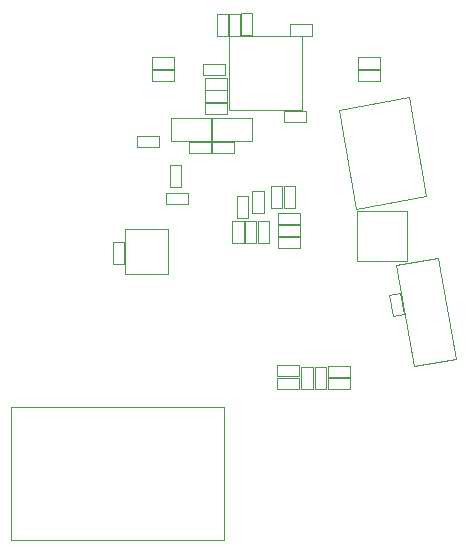
<source format=gbr>
G04 #@! TF.GenerationSoftware,KiCad,Pcbnew,(5.99.0-2290-gd34f8fd4b)*
G04 #@! TF.CreationDate,2020-11-06T19:29:51+01:00*
G04 #@! TF.ProjectId,Tympan-Nya,54796d70-616e-42d4-9e79-612e6b696361,rev?*
G04 #@! TF.SameCoordinates,PX6d878d0PY72e6100*
G04 #@! TF.FileFunction,Other,User*
%FSLAX46Y46*%
G04 Gerber Fmt 4.6, Leading zero omitted, Abs format (unit mm)*
G04 Created by KiCad (PCBNEW (5.99.0-2290-gd34f8fd4b)) date 2020-11-06 19:29:51*
%MOMM*%
%LPD*%
G01*
G04 APERTURE LIST*
%ADD10C,0.050000*%
G04 APERTURE END LIST*
D10*
X-26691000Y50998000D02*
X-26691000Y44798000D01*
X-20491000Y50998000D02*
X-26691000Y50998000D01*
X-20491000Y44798000D02*
X-20491000Y50998000D01*
X-26691000Y44798000D02*
X-20491000Y44798000D01*
X-17399628Y44794888D02*
X-11490781Y45836777D01*
X-15923619Y36424023D02*
X-17399628Y44794888D01*
X-10014772Y37465912D02*
X-15923619Y36424023D01*
X-11490781Y45836777D02*
X-10014772Y37465912D01*
X-28232400Y42161600D02*
X-31592400Y42161600D01*
X-28232400Y44061600D02*
X-28232400Y42161600D01*
X-31592400Y44061600D02*
X-28232400Y44061600D01*
X-31592400Y42161600D02*
X-31592400Y44061600D01*
X-28087200Y44061600D02*
X-24727200Y44061600D01*
X-28087200Y42161600D02*
X-28087200Y44061600D01*
X-24727200Y42161600D02*
X-28087200Y42161600D01*
X-24727200Y44061600D02*
X-24727200Y42161600D01*
X-45110000Y19603200D02*
X-27110000Y19603200D01*
X-27110000Y19603200D02*
X-27110000Y8403200D01*
X-27110000Y8403200D02*
X-45110000Y8403200D01*
X-45110000Y8403200D02*
X-45110000Y19603200D01*
X-31871600Y30873800D02*
X-35471600Y30873800D01*
X-31871600Y34673800D02*
X-31871600Y30873800D01*
X-35471600Y34673800D02*
X-31871600Y34673800D01*
X-35471600Y30873800D02*
X-35471600Y34673800D01*
X-8970513Y32242821D02*
X-12515821Y31617687D01*
X-7468456Y23724234D02*
X-8970513Y32242821D01*
X-11013764Y23099100D02*
X-7468456Y23724234D01*
X-12515821Y31617687D02*
X-11013764Y23099100D01*
X-15827200Y36240000D02*
X-15827200Y32000000D01*
X-15827200Y32000000D02*
X-11587200Y32000000D01*
X-11587200Y32000000D02*
X-11587200Y36240000D01*
X-11587200Y36240000D02*
X-15827200Y36240000D01*
X-20727400Y22247800D02*
X-22587400Y22247800D01*
X-20727400Y23187800D02*
X-20727400Y22247800D01*
X-22587400Y23187800D02*
X-20727400Y23187800D01*
X-22587400Y22247800D02*
X-22587400Y23187800D01*
X-18294800Y23109200D02*
X-16434800Y23109200D01*
X-18294800Y22169200D02*
X-18294800Y23109200D01*
X-16434800Y22169200D02*
X-18294800Y22169200D01*
X-16434800Y23109200D02*
X-16434800Y22169200D01*
X-20727400Y21155600D02*
X-22587400Y21155600D01*
X-20727400Y22095600D02*
X-20727400Y21155600D01*
X-22587400Y22095600D02*
X-20727400Y22095600D01*
X-22587400Y21155600D02*
X-22587400Y22095600D01*
X-18294800Y22095600D02*
X-16434800Y22095600D01*
X-18294800Y21155600D02*
X-18294800Y22095600D01*
X-16434800Y21155600D02*
X-18294800Y21155600D01*
X-16434800Y22095600D02*
X-16434800Y21155600D01*
X-20676600Y35123200D02*
X-22536600Y35123200D01*
X-20676600Y36063200D02*
X-20676600Y35123200D01*
X-22536600Y36063200D02*
X-20676600Y36063200D01*
X-22536600Y35123200D02*
X-22536600Y36063200D01*
X-32061600Y37714200D02*
X-30201600Y37714200D01*
X-32061600Y36774200D02*
X-32061600Y37714200D01*
X-30201600Y36774200D02*
X-32061600Y36774200D01*
X-30201600Y37714200D02*
X-30201600Y36774200D01*
X-28220400Y41092200D02*
X-30080400Y41092200D01*
X-28220400Y42032200D02*
X-28220400Y41092200D01*
X-30080400Y42032200D02*
X-28220400Y42032200D01*
X-30080400Y41092200D02*
X-30080400Y42032200D01*
X-28099200Y42032200D02*
X-26239200Y42032200D01*
X-28099200Y41092200D02*
X-28099200Y42032200D01*
X-26239200Y41092200D02*
X-28099200Y41092200D01*
X-26239200Y42032200D02*
X-26239200Y41092200D01*
X-36478400Y31742200D02*
X-36478400Y33602200D01*
X-35538400Y31742200D02*
X-36478400Y31742200D01*
X-35538400Y33602200D02*
X-35538400Y31742200D01*
X-36478400Y33602200D02*
X-35538400Y33602200D01*
X-20552600Y21178200D02*
X-20552600Y23038200D01*
X-19612600Y21178200D02*
X-20552600Y21178200D01*
X-19612600Y23038200D02*
X-19612600Y21178200D01*
X-20552600Y23038200D02*
X-19612600Y23038200D01*
X-19435000Y21175800D02*
X-19435000Y23035800D01*
X-18495000Y21175800D02*
X-19435000Y21175800D01*
X-18495000Y23035800D02*
X-18495000Y21175800D01*
X-19435000Y23035800D02*
X-18495000Y23035800D01*
X-23764319Y37875086D02*
X-23764319Y36015086D01*
X-24704319Y37875086D02*
X-23764319Y37875086D01*
X-24704319Y36015086D02*
X-24704319Y37875086D01*
X-23764319Y36015086D02*
X-24704319Y36015086D01*
X-25077520Y37479607D02*
X-25077520Y35619607D01*
X-26017520Y37479607D02*
X-25077520Y37479607D01*
X-26017520Y35619607D02*
X-26017520Y37479607D01*
X-25077520Y35619607D02*
X-26017520Y35619607D01*
X-25302400Y33520200D02*
X-25302400Y35380200D01*
X-24362400Y33520200D02*
X-25302400Y33520200D01*
X-24362400Y35380200D02*
X-24362400Y33520200D01*
X-25302400Y35380200D02*
X-24362400Y35380200D01*
X-26394600Y33520200D02*
X-26394600Y35380200D01*
X-25454600Y33520200D02*
X-26394600Y33520200D01*
X-25454600Y35380200D02*
X-25454600Y33520200D01*
X-26394600Y35380200D02*
X-25454600Y35380200D01*
X-20676600Y33065800D02*
X-22536600Y33065800D01*
X-20676600Y34005800D02*
X-20676600Y33065800D01*
X-22536600Y34005800D02*
X-20676600Y34005800D01*
X-22536600Y33065800D02*
X-22536600Y34005800D01*
X-24210200Y33520200D02*
X-24210200Y35380200D01*
X-23270200Y33520200D02*
X-24210200Y33520200D01*
X-23270200Y35380200D02*
X-23270200Y33520200D01*
X-24210200Y35380200D02*
X-23270200Y35380200D01*
X-32589200Y41600200D02*
X-34449200Y41600200D01*
X-32589200Y42540200D02*
X-32589200Y41600200D01*
X-34449200Y42540200D02*
X-32589200Y42540200D01*
X-34449200Y41600200D02*
X-34449200Y42540200D01*
X-30737800Y40104600D02*
X-30737800Y38244600D01*
X-31677800Y40104600D02*
X-30737800Y40104600D01*
X-31677800Y38244600D02*
X-31677800Y40104600D01*
X-30737800Y38244600D02*
X-31677800Y38244600D01*
X-33179200Y49220400D02*
X-31319200Y49220400D01*
X-33179200Y48280400D02*
X-33179200Y49220400D01*
X-31319200Y48280400D02*
X-33179200Y48280400D01*
X-31319200Y49220400D02*
X-31319200Y48280400D01*
X-31319200Y47213600D02*
X-33179200Y47213600D01*
X-31319200Y48153600D02*
X-31319200Y47213600D01*
X-33179200Y48153600D02*
X-31319200Y48153600D01*
X-33179200Y47213600D02*
X-33179200Y48153600D01*
X-13945600Y48280400D02*
X-15805600Y48280400D01*
X-13945600Y49220400D02*
X-13945600Y48280400D01*
X-15805600Y49220400D02*
X-13945600Y49220400D01*
X-15805600Y48280400D02*
X-15805600Y49220400D01*
X-13945600Y47213600D02*
X-15805600Y47213600D01*
X-13945600Y48153600D02*
X-13945600Y47213600D01*
X-15805600Y48153600D02*
X-13945600Y48153600D01*
X-15805600Y47213600D02*
X-15805600Y48153600D01*
X-12237433Y29300886D02*
X-11914448Y27469143D01*
X-13163152Y29137657D02*
X-12237433Y29300886D01*
X-12840167Y27305914D02*
X-13163152Y29137657D01*
X-11914448Y27469143D02*
X-12840167Y27305914D01*
X-19635200Y51074400D02*
X-21495200Y51074400D01*
X-19635200Y52014400D02*
X-19635200Y51074400D01*
X-21495200Y52014400D02*
X-19635200Y52014400D01*
X-21495200Y51074400D02*
X-21495200Y52014400D01*
X-28683400Y46426400D02*
X-26823400Y46426400D01*
X-28683400Y45486400D02*
X-28683400Y46426400D01*
X-26823400Y45486400D02*
X-28683400Y45486400D01*
X-26823400Y46426400D02*
X-26823400Y45486400D01*
X-28708800Y45359600D02*
X-26848800Y45359600D01*
X-28708800Y44419600D02*
X-28708800Y45359600D01*
X-26848800Y44419600D02*
X-28708800Y44419600D01*
X-26848800Y45359600D02*
X-26848800Y44419600D01*
X-28895826Y48662625D02*
X-27035826Y48662625D01*
X-28895826Y47722625D02*
X-28895826Y48662625D01*
X-27035826Y47722625D02*
X-28895826Y47722625D01*
X-27035826Y48662625D02*
X-27035826Y47722625D01*
X-24764904Y52948759D02*
X-24764904Y51088759D01*
X-25704904Y52948759D02*
X-24764904Y52948759D01*
X-25704904Y51088759D02*
X-25704904Y52948759D01*
X-24764904Y51088759D02*
X-25704904Y51088759D01*
X-22054000Y44699200D02*
X-20194000Y44699200D01*
X-22054000Y43759200D02*
X-22054000Y44699200D01*
X-20194000Y43759200D02*
X-22054000Y43759200D01*
X-20194000Y44699200D02*
X-20194000Y43759200D01*
X-27740800Y51071600D02*
X-27740800Y52931600D01*
X-26800800Y51071600D02*
X-27740800Y51071600D01*
X-26800800Y52931600D02*
X-26800800Y51071600D01*
X-27740800Y52931600D02*
X-26800800Y52931600D01*
X-26724800Y51071600D02*
X-26724800Y52931600D01*
X-25784800Y51071600D02*
X-26724800Y51071600D01*
X-25784800Y52931600D02*
X-25784800Y51071600D01*
X-26724800Y52931600D02*
X-25784800Y52931600D01*
X-26823400Y46502400D02*
X-28683400Y46502400D01*
X-26823400Y47442400D02*
X-26823400Y46502400D01*
X-28683400Y47442400D02*
X-26823400Y47442400D01*
X-28683400Y46502400D02*
X-28683400Y47442400D01*
X-22025800Y36466600D02*
X-22025800Y38326600D01*
X-21085800Y36466600D02*
X-22025800Y36466600D01*
X-21085800Y38326600D02*
X-21085800Y36466600D01*
X-22025800Y38326600D02*
X-21085800Y38326600D01*
X-22178000Y38326600D02*
X-22178000Y36466600D01*
X-23118000Y38326600D02*
X-22178000Y38326600D01*
X-23118000Y36466600D02*
X-23118000Y38326600D01*
X-22178000Y36466600D02*
X-23118000Y36466600D01*
X-20676600Y34107200D02*
X-22536600Y34107200D01*
X-20676600Y35047200D02*
X-20676600Y34107200D01*
X-22536600Y35047200D02*
X-20676600Y35047200D01*
X-22536600Y34107200D02*
X-22536600Y35047200D01*
M02*

</source>
